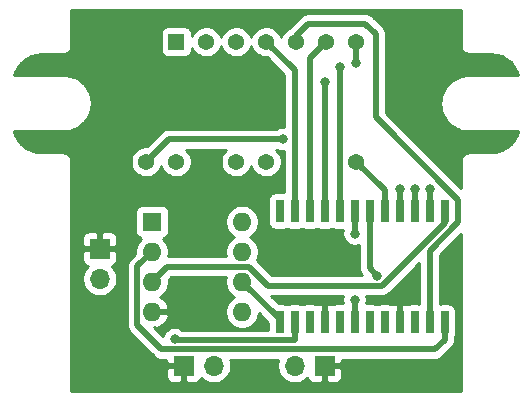
<source format=gbr>
%TF.GenerationSoftware,KiCad,Pcbnew,(5.1.6)-1*%
%TF.CreationDate,2021-07-08T13:54:37-04:00*%
%TF.ProjectId,Turbo-Display-V3-Simple,54757262-6f2d-4446-9973-706c61792d56,rev?*%
%TF.SameCoordinates,Original*%
%TF.FileFunction,Copper,L1,Top*%
%TF.FilePolarity,Positive*%
%FSLAX46Y46*%
G04 Gerber Fmt 4.6, Leading zero omitted, Abs format (unit mm)*
G04 Created by KiCad (PCBNEW (5.1.6)-1) date 2021-07-08 13:54:37*
%MOMM*%
%LPD*%
G01*
G04 APERTURE LIST*
%TA.AperFunction,ComponentPad*%
%ADD10R,1.365000X1.365000*%
%TD*%
%TA.AperFunction,ComponentPad*%
%ADD11C,1.365000*%
%TD*%
%TA.AperFunction,SMDPad,CuDef*%
%ADD12R,0.650000X1.925000*%
%TD*%
%TA.AperFunction,ComponentPad*%
%ADD13R,1.700000X1.700000*%
%TD*%
%TA.AperFunction,ComponentPad*%
%ADD14O,1.700000X1.700000*%
%TD*%
%TA.AperFunction,ComponentPad*%
%ADD15R,1.600000X1.600000*%
%TD*%
%TA.AperFunction,ComponentPad*%
%ADD16O,1.600000X1.600000*%
%TD*%
%TA.AperFunction,ViaPad*%
%ADD17C,0.800000*%
%TD*%
%TA.AperFunction,Conductor*%
%ADD18C,0.500000*%
%TD*%
%TA.AperFunction,Conductor*%
%ADD19C,0.254000*%
%TD*%
G04 APERTURE END LIST*
D10*
%TO.P,DS1,1*%
%TO.N,/DIG1*%
X129540000Y-78105000D03*
D11*
%TO.P,DS1,2*%
%TO.N,/SEGE*%
X132080000Y-78105000D03*
%TO.P,DS1,3*%
%TO.N,/SEGC*%
X134620000Y-78105000D03*
%TO.P,DS1,4*%
%TO.N,/SEGD*%
X137160000Y-78105000D03*
%TO.P,DS1,5*%
%TO.N,/DIG2*%
X139700000Y-78105000D03*
%TO.P,DS1,6*%
%TO.N,/SEGDP*%
X142240000Y-78105000D03*
%TO.P,DS1,7*%
%TO.N,/DIG3*%
X144780000Y-78105000D03*
%TO.P,DS1,8*%
%TO.N,/SEGG*%
X144780000Y-88265000D03*
%TO.P,DS1,11*%
%TO.N,/SEGB*%
X137160000Y-88265000D03*
%TO.P,DS1,12*%
%TO.N,/SEGA*%
X134620000Y-88265000D03*
%TO.P,DS1,14*%
%TO.N,Net-(DS1-Pad14)*%
X129540000Y-88265000D03*
%TO.P,DS1,15*%
%TO.N,/SEGF*%
X127000000Y-88265000D03*
%TD*%
D12*
%TO.P,IC1,1*%
%TO.N,/DATA*%
X138303000Y-101867000D03*
%TO.P,IC1,2*%
%TO.N,/DIG1*%
X139573000Y-101867000D03*
%TO.P,IC1,3*%
%TO.N,Net-(IC1-Pad3)*%
X140843000Y-101867000D03*
%TO.P,IC1,4*%
%TO.N,GND*%
X142113000Y-101867000D03*
%TO.P,IC1,5*%
%TO.N,Net-(IC1-Pad5)*%
X143383000Y-101867000D03*
%TO.P,IC1,6*%
%TO.N,/DIG3*%
X144653000Y-101867000D03*
%TO.P,IC1,7*%
%TO.N,Net-(IC1-Pad7)*%
X145923000Y-101867000D03*
%TO.P,IC1,8*%
%TO.N,Net-(IC1-Pad8)*%
X147193000Y-101867000D03*
%TO.P,IC1,9*%
%TO.N,GND*%
X148463000Y-101867000D03*
%TO.P,IC1,10*%
%TO.N,Net-(IC1-Pad10)*%
X149733000Y-101867000D03*
%TO.P,IC1,11*%
%TO.N,/DIG2*%
X151003000Y-101867000D03*
%TO.P,IC1,12*%
%TO.N,/LOAD*%
X152273000Y-101867000D03*
%TO.P,IC1,13*%
%TO.N,/CLOCK*%
X152273000Y-92443000D03*
%TO.P,IC1,14*%
%TO.N,/SEGA*%
X151003000Y-92443000D03*
%TO.P,IC1,15*%
%TO.N,/SEGF*%
X149733000Y-92443000D03*
%TO.P,IC1,16*%
%TO.N,/SEGB*%
X148463000Y-92443000D03*
%TO.P,IC1,17*%
%TO.N,/SEGG*%
X147193000Y-92443000D03*
%TO.P,IC1,18*%
%TO.N,Net-(IC1-Pad18)*%
X145923000Y-92443000D03*
%TO.P,IC1,19*%
%TO.N,+5V*%
X144653000Y-92443000D03*
%TO.P,IC1,20*%
%TO.N,/SEGC*%
X143383000Y-92443000D03*
%TO.P,IC1,21*%
%TO.N,/SEGE*%
X142113000Y-92443000D03*
%TO.P,IC1,22*%
%TO.N,/SEGDP*%
X140843000Y-92443000D03*
%TO.P,IC1,23*%
%TO.N,/SEGD*%
X139573000Y-92443000D03*
%TO.P,IC1,24*%
%TO.N,Net-(IC1-Pad24)*%
X138303000Y-92443000D03*
%TD*%
D13*
%TO.P,5V,1*%
%TO.N,GND*%
X123063000Y-95631000D03*
D14*
%TO.P,5V,2*%
%TO.N,+5V*%
X123063000Y-98171000D03*
%TD*%
D13*
%TO.P,IN,1*%
%TO.N,GND*%
X130175000Y-105537000D03*
D14*
%TO.P,IN,2*%
%TO.N,/TLED_IN*%
X132715000Y-105537000D03*
%TD*%
%TO.P,OUT,2*%
%TO.N,Net-(J3-Pad2)*%
X139573000Y-105537000D03*
D13*
%TO.P,OUT,1*%
%TO.N,GND*%
X142113000Y-105537000D03*
%TD*%
D15*
%TO.P,U1,1*%
%TO.N,Net-(U1-Pad1)*%
X127508000Y-93345000D03*
D16*
%TO.P,U1,5*%
%TO.N,/TLED_IN*%
X135128000Y-100965000D03*
%TO.P,U1,2*%
%TO.N,/LOAD*%
X127508000Y-95885000D03*
%TO.P,U1,6*%
%TO.N,/DATA*%
X135128000Y-98425000D03*
%TO.P,U1,3*%
%TO.N,/CLOCK*%
X127508000Y-98425000D03*
%TO.P,U1,7*%
%TO.N,/TLED_OUT*%
X135128000Y-95885000D03*
%TO.P,U1,4*%
%TO.N,GND*%
X127508000Y-100965000D03*
%TO.P,U1,8*%
%TO.N,+5V*%
X135128000Y-93345000D03*
%TD*%
D17*
%TO.N,+5V*%
X144653000Y-94361000D03*
%TO.N,GND*%
X130302000Y-99314000D03*
X125095000Y-99314000D03*
X142113000Y-99949000D03*
X148463000Y-100203000D03*
%TO.N,/DIG1*%
X129413002Y-103289990D03*
%TO.N,/SEGE*%
X142113000Y-81534000D03*
%TO.N,/SEGC*%
X143383006Y-80264000D03*
%TO.N,/DIG3*%
X144780000Y-79883000D03*
X144653000Y-99949000D03*
%TO.N,/SEGB*%
X148463000Y-90551000D03*
%TO.N,/SEGA*%
X151003000Y-90551000D03*
%TO.N,/SEGF*%
X149733000Y-90551000D03*
X138557000Y-86360000D03*
%TO.N,Net-(IC1-Pad18)*%
X146558000Y-97917000D03*
%TD*%
D18*
%TO.N,+5V*%
X144653000Y-94361000D02*
X144653000Y-92443000D01*
%TO.N,GND*%
X142113000Y-101867000D02*
X142113000Y-99949000D01*
X148463000Y-101867000D02*
X148463000Y-100203000D01*
%TO.N,/DIG1*%
X129520011Y-103396999D02*
X129413002Y-103289990D01*
X139573000Y-101867000D02*
X139573000Y-103329500D01*
X139573000Y-103329500D02*
X139505501Y-103396999D01*
X139505501Y-103396999D02*
X129520011Y-103396999D01*
%TO.N,/SEGE*%
X142113000Y-92443000D02*
X142113000Y-81534000D01*
%TO.N,/SEGC*%
X143383000Y-80264006D02*
X143383006Y-80264000D01*
X143383000Y-92443000D02*
X143383000Y-80264006D01*
%TO.N,/SEGD*%
X139573000Y-80518000D02*
X137160000Y-78105000D01*
X139573000Y-92443000D02*
X139573000Y-80518000D01*
%TO.N,/DIG2*%
X139700000Y-77597000D02*
X139700000Y-78105000D01*
X140716000Y-76581000D02*
X139700000Y-77597000D01*
X145542000Y-76581000D02*
X140716000Y-76581000D01*
X151003000Y-95810502D02*
X153416000Y-93397502D01*
X151003000Y-101867000D02*
X151003000Y-95810502D01*
X146431000Y-77470000D02*
X145542000Y-76581000D01*
X153416000Y-93397502D02*
X153416000Y-91488498D01*
X146431000Y-84503498D02*
X146431000Y-77470000D01*
X153416000Y-91488498D02*
X146431000Y-84503498D01*
%TO.N,/SEGDP*%
X140843000Y-79502000D02*
X142240000Y-78105000D01*
X140843000Y-92443000D02*
X140843000Y-79502000D01*
%TO.N,/DIG3*%
X144780000Y-78105000D02*
X144780000Y-79883000D01*
X144780000Y-79883000D02*
X144780000Y-79883000D01*
X144653000Y-99949000D02*
X144653000Y-101867000D01*
%TO.N,/SEGG*%
X147193000Y-90678000D02*
X144780000Y-88265000D01*
X147193000Y-92443000D02*
X147193000Y-90678000D01*
%TO.N,/SEGB*%
X148463000Y-90551000D02*
X148463000Y-92443000D01*
%TO.N,/SEGA*%
X151003000Y-90551000D02*
X151003000Y-92443000D01*
%TO.N,/SEGF*%
X149733000Y-90551000D02*
X149733000Y-92443000D01*
X128905000Y-86360000D02*
X127000000Y-88265000D01*
X138557000Y-86360000D02*
X128905000Y-86360000D01*
%TO.N,/DATA*%
X138303000Y-101600000D02*
X135128000Y-98425000D01*
X138303000Y-101867000D02*
X138303000Y-101600000D01*
%TO.N,/LOAD*%
X152273000Y-103329500D02*
X152273000Y-101867000D01*
X128281998Y-104140000D02*
X151462500Y-104140000D01*
X126257999Y-102116001D02*
X128281998Y-104140000D01*
X127508000Y-95885000D02*
X126257999Y-97135001D01*
X151462500Y-104140000D02*
X152273000Y-103329500D01*
X126257999Y-97135001D02*
X126257999Y-102116001D01*
%TO.N,/CLOCK*%
X128758001Y-97174999D02*
X127508000Y-98425000D01*
X135728001Y-97174999D02*
X128758001Y-97174999D01*
X137320003Y-98767001D02*
X135728001Y-97174999D01*
X146966001Y-98767001D02*
X137320003Y-98767001D01*
X152273000Y-93460002D02*
X146966001Y-98767001D01*
X152273000Y-92443000D02*
X152273000Y-93460002D01*
%TO.N,Net-(IC1-Pad18)*%
X145923000Y-97282000D02*
X145923000Y-92443000D01*
X146558000Y-97917000D02*
X145923000Y-97282000D01*
%TD*%
D19*
%TO.N,GND*%
G36*
X153645001Y-78453571D02*
G01*
X153641807Y-78486000D01*
X153654550Y-78615383D01*
X153692290Y-78739793D01*
X153753575Y-78854450D01*
X153836052Y-78954948D01*
X153936550Y-79037425D01*
X154051207Y-79098710D01*
X154175617Y-79136450D01*
X154272581Y-79146000D01*
X154305000Y-79149193D01*
X154337419Y-79146000D01*
X156127107Y-79146000D01*
X156632433Y-79195548D01*
X157087466Y-79332931D01*
X157507146Y-79556079D01*
X157875486Y-79856490D01*
X158178465Y-80222730D01*
X158404536Y-80640838D01*
X158492379Y-80924614D01*
X154272581Y-80924614D01*
X154238892Y-80927932D01*
X154216476Y-80927932D01*
X154207311Y-80928895D01*
X153872285Y-80966475D01*
X153813792Y-80978909D01*
X153755096Y-80990530D01*
X153746293Y-80993256D01*
X153424948Y-81095192D01*
X153369962Y-81118759D01*
X153314658Y-81141553D01*
X153306552Y-81145936D01*
X153011126Y-81308348D01*
X152961790Y-81342129D01*
X152911944Y-81375246D01*
X152904844Y-81381121D01*
X152646590Y-81597822D01*
X152604746Y-81640552D01*
X152562291Y-81682711D01*
X152556467Y-81689853D01*
X152345222Y-81952589D01*
X152312506Y-82002584D01*
X152279016Y-82052235D01*
X152274690Y-82060372D01*
X152118501Y-82359135D01*
X152096086Y-82414617D01*
X152072912Y-82469743D01*
X152070249Y-82478565D01*
X151975064Y-82801974D01*
X151963863Y-82860693D01*
X151951826Y-82919330D01*
X151950927Y-82928501D01*
X151920372Y-83264241D01*
X151920790Y-83324058D01*
X151920372Y-83383876D01*
X151921271Y-83393047D01*
X151956511Y-83728327D01*
X151968530Y-83786877D01*
X151979747Y-83845684D01*
X151982411Y-83854506D01*
X152082102Y-84176556D01*
X152105283Y-84231701D01*
X152127692Y-84287165D01*
X152132018Y-84295302D01*
X152292364Y-84591855D01*
X152325831Y-84641471D01*
X152358569Y-84691501D01*
X152364393Y-84698642D01*
X152579286Y-84958403D01*
X152621742Y-85000563D01*
X152663586Y-85043293D01*
X152670686Y-85049167D01*
X152931941Y-85262240D01*
X152981747Y-85295331D01*
X153031120Y-85329138D01*
X153039227Y-85333521D01*
X153336892Y-85491793D01*
X153392196Y-85514587D01*
X153447180Y-85538154D01*
X153455984Y-85540879D01*
X153778722Y-85638319D01*
X153837395Y-85649936D01*
X153895912Y-85662375D01*
X153905077Y-85663338D01*
X154240595Y-85696236D01*
X154240598Y-85696236D01*
X154272581Y-85699386D01*
X158492008Y-85699386D01*
X158411070Y-85967464D01*
X158187924Y-86387141D01*
X157887510Y-86755486D01*
X157521271Y-87058465D01*
X157103158Y-87284538D01*
X156649102Y-87425091D01*
X156145702Y-87478000D01*
X154337419Y-87478000D01*
X154305000Y-87474807D01*
X154272581Y-87478000D01*
X154175617Y-87487550D01*
X154051207Y-87525290D01*
X153936550Y-87586575D01*
X153836052Y-87669052D01*
X153753575Y-87769550D01*
X153692290Y-87884207D01*
X153654550Y-88008617D01*
X153641807Y-88138000D01*
X153645001Y-88170429D01*
X153645001Y-90465920D01*
X147316000Y-84136920D01*
X147316000Y-77513469D01*
X147320281Y-77470000D01*
X147316000Y-77426531D01*
X147316000Y-77426523D01*
X147303195Y-77296510D01*
X147252589Y-77129687D01*
X147170411Y-76975941D01*
X147138819Y-76937446D01*
X147087532Y-76874953D01*
X147087530Y-76874951D01*
X147059817Y-76841183D01*
X147026049Y-76813470D01*
X146198534Y-75985956D01*
X146170817Y-75952183D01*
X146036059Y-75841589D01*
X145882313Y-75759411D01*
X145715490Y-75708805D01*
X145585477Y-75696000D01*
X145585469Y-75696000D01*
X145542000Y-75691719D01*
X145498531Y-75696000D01*
X140759469Y-75696000D01*
X140716000Y-75691719D01*
X140672531Y-75696000D01*
X140672523Y-75696000D01*
X140557306Y-75707348D01*
X140542509Y-75708805D01*
X140491903Y-75724157D01*
X140375687Y-75759411D01*
X140221941Y-75841589D01*
X140221939Y-75841590D01*
X140221940Y-75841590D01*
X140120953Y-75924468D01*
X140120951Y-75924470D01*
X140087183Y-75952183D01*
X140059470Y-75985951D01*
X139130636Y-76914786D01*
X139075930Y-76937446D01*
X138860143Y-77081631D01*
X138676631Y-77265143D01*
X138532446Y-77480930D01*
X138433131Y-77720699D01*
X138430000Y-77736440D01*
X138426869Y-77720699D01*
X138327554Y-77480930D01*
X138183369Y-77265143D01*
X137999857Y-77081631D01*
X137784070Y-76937446D01*
X137544301Y-76838131D01*
X137289762Y-76787500D01*
X137030238Y-76787500D01*
X136775699Y-76838131D01*
X136535930Y-76937446D01*
X136320143Y-77081631D01*
X136136631Y-77265143D01*
X135992446Y-77480930D01*
X135893131Y-77720699D01*
X135890000Y-77736440D01*
X135886869Y-77720699D01*
X135787554Y-77480930D01*
X135643369Y-77265143D01*
X135459857Y-77081631D01*
X135244070Y-76937446D01*
X135004301Y-76838131D01*
X134749762Y-76787500D01*
X134490238Y-76787500D01*
X134235699Y-76838131D01*
X133995930Y-76937446D01*
X133780143Y-77081631D01*
X133596631Y-77265143D01*
X133452446Y-77480930D01*
X133353131Y-77720699D01*
X133350000Y-77736440D01*
X133346869Y-77720699D01*
X133247554Y-77480930D01*
X133103369Y-77265143D01*
X132919857Y-77081631D01*
X132704070Y-76937446D01*
X132464301Y-76838131D01*
X132209762Y-76787500D01*
X131950238Y-76787500D01*
X131695699Y-76838131D01*
X131455930Y-76937446D01*
X131240143Y-77081631D01*
X131056631Y-77265143D01*
X130912446Y-77480930D01*
X130860572Y-77606166D01*
X130860572Y-77422500D01*
X130848312Y-77298018D01*
X130812002Y-77178320D01*
X130753037Y-77068006D01*
X130673685Y-76971315D01*
X130576994Y-76891963D01*
X130466680Y-76832998D01*
X130346982Y-76796688D01*
X130222500Y-76784428D01*
X128857500Y-76784428D01*
X128733018Y-76796688D01*
X128613320Y-76832998D01*
X128503006Y-76891963D01*
X128406315Y-76971315D01*
X128326963Y-77068006D01*
X128267998Y-77178320D01*
X128231688Y-77298018D01*
X128219428Y-77422500D01*
X128219428Y-78787500D01*
X128231688Y-78911982D01*
X128267998Y-79031680D01*
X128326963Y-79141994D01*
X128406315Y-79238685D01*
X128503006Y-79318037D01*
X128613320Y-79377002D01*
X128733018Y-79413312D01*
X128857500Y-79425572D01*
X130222500Y-79425572D01*
X130346982Y-79413312D01*
X130466680Y-79377002D01*
X130576994Y-79318037D01*
X130673685Y-79238685D01*
X130753037Y-79141994D01*
X130812002Y-79031680D01*
X130848312Y-78911982D01*
X130860572Y-78787500D01*
X130860572Y-78603834D01*
X130912446Y-78729070D01*
X131056631Y-78944857D01*
X131240143Y-79128369D01*
X131455930Y-79272554D01*
X131695699Y-79371869D01*
X131950238Y-79422500D01*
X132209762Y-79422500D01*
X132464301Y-79371869D01*
X132704070Y-79272554D01*
X132919857Y-79128369D01*
X133103369Y-78944857D01*
X133247554Y-78729070D01*
X133346869Y-78489301D01*
X133350000Y-78473560D01*
X133353131Y-78489301D01*
X133452446Y-78729070D01*
X133596631Y-78944857D01*
X133780143Y-79128369D01*
X133995930Y-79272554D01*
X134235699Y-79371869D01*
X134490238Y-79422500D01*
X134749762Y-79422500D01*
X135004301Y-79371869D01*
X135244070Y-79272554D01*
X135459857Y-79128369D01*
X135643369Y-78944857D01*
X135787554Y-78729070D01*
X135886869Y-78489301D01*
X135890000Y-78473560D01*
X135893131Y-78489301D01*
X135992446Y-78729070D01*
X136136631Y-78944857D01*
X136320143Y-79128369D01*
X136535930Y-79272554D01*
X136775699Y-79371869D01*
X137030238Y-79422500D01*
X137225922Y-79422500D01*
X138688001Y-80884580D01*
X138688001Y-85330781D01*
X138658939Y-85325000D01*
X138455061Y-85325000D01*
X138255102Y-85364774D01*
X138066744Y-85442795D01*
X138018546Y-85475000D01*
X128948469Y-85475000D01*
X128905000Y-85470719D01*
X128861531Y-85475000D01*
X128861523Y-85475000D01*
X128731510Y-85487805D01*
X128564687Y-85538411D01*
X128431732Y-85609476D01*
X128410941Y-85620589D01*
X128309953Y-85703468D01*
X128309951Y-85703470D01*
X128276183Y-85731183D01*
X128248470Y-85764951D01*
X127065922Y-86947500D01*
X126870238Y-86947500D01*
X126615699Y-86998131D01*
X126375930Y-87097446D01*
X126160143Y-87241631D01*
X125976631Y-87425143D01*
X125832446Y-87640930D01*
X125733131Y-87880699D01*
X125682500Y-88135238D01*
X125682500Y-88394762D01*
X125733131Y-88649301D01*
X125832446Y-88889070D01*
X125976631Y-89104857D01*
X126160143Y-89288369D01*
X126375930Y-89432554D01*
X126615699Y-89531869D01*
X126870238Y-89582500D01*
X127129762Y-89582500D01*
X127384301Y-89531869D01*
X127624070Y-89432554D01*
X127839857Y-89288369D01*
X128023369Y-89104857D01*
X128167554Y-88889070D01*
X128266869Y-88649301D01*
X128270000Y-88633560D01*
X128273131Y-88649301D01*
X128372446Y-88889070D01*
X128516631Y-89104857D01*
X128700143Y-89288369D01*
X128915930Y-89432554D01*
X129155699Y-89531869D01*
X129410238Y-89582500D01*
X129669762Y-89582500D01*
X129924301Y-89531869D01*
X130164070Y-89432554D01*
X130379857Y-89288369D01*
X130563369Y-89104857D01*
X130707554Y-88889070D01*
X130806869Y-88649301D01*
X130857500Y-88394762D01*
X130857500Y-88135238D01*
X130806869Y-87880699D01*
X130707554Y-87640930D01*
X130563369Y-87425143D01*
X130383226Y-87245000D01*
X133776774Y-87245000D01*
X133596631Y-87425143D01*
X133452446Y-87640930D01*
X133353131Y-87880699D01*
X133302500Y-88135238D01*
X133302500Y-88394762D01*
X133353131Y-88649301D01*
X133452446Y-88889070D01*
X133596631Y-89104857D01*
X133780143Y-89288369D01*
X133995930Y-89432554D01*
X134235699Y-89531869D01*
X134490238Y-89582500D01*
X134749762Y-89582500D01*
X135004301Y-89531869D01*
X135244070Y-89432554D01*
X135459857Y-89288369D01*
X135643369Y-89104857D01*
X135787554Y-88889070D01*
X135886869Y-88649301D01*
X135890000Y-88633560D01*
X135893131Y-88649301D01*
X135992446Y-88889070D01*
X136136631Y-89104857D01*
X136320143Y-89288369D01*
X136535930Y-89432554D01*
X136775699Y-89531869D01*
X137030238Y-89582500D01*
X137289762Y-89582500D01*
X137544301Y-89531869D01*
X137784070Y-89432554D01*
X137999857Y-89288369D01*
X138183369Y-89104857D01*
X138327554Y-88889070D01*
X138426869Y-88649301D01*
X138477500Y-88394762D01*
X138477500Y-88135238D01*
X138426869Y-87880699D01*
X138327554Y-87640930D01*
X138183369Y-87425143D01*
X138003226Y-87245000D01*
X138018546Y-87245000D01*
X138066744Y-87277205D01*
X138255102Y-87355226D01*
X138455061Y-87395000D01*
X138658939Y-87395000D01*
X138688000Y-87389219D01*
X138688000Y-90848337D01*
X138628000Y-90842428D01*
X137978000Y-90842428D01*
X137853518Y-90854688D01*
X137733820Y-90890998D01*
X137623506Y-90949963D01*
X137526815Y-91029315D01*
X137447463Y-91126006D01*
X137388498Y-91236320D01*
X137352188Y-91356018D01*
X137339928Y-91480500D01*
X137339928Y-93405500D01*
X137352188Y-93529982D01*
X137388498Y-93649680D01*
X137447463Y-93759994D01*
X137526815Y-93856685D01*
X137623506Y-93936037D01*
X137733820Y-93995002D01*
X137853518Y-94031312D01*
X137978000Y-94043572D01*
X138628000Y-94043572D01*
X138752482Y-94031312D01*
X138872180Y-93995002D01*
X138938000Y-93959820D01*
X139003820Y-93995002D01*
X139123518Y-94031312D01*
X139248000Y-94043572D01*
X139898000Y-94043572D01*
X140022482Y-94031312D01*
X140142180Y-93995002D01*
X140208000Y-93959820D01*
X140273820Y-93995002D01*
X140393518Y-94031312D01*
X140518000Y-94043572D01*
X141168000Y-94043572D01*
X141292482Y-94031312D01*
X141412180Y-93995002D01*
X141478000Y-93959820D01*
X141543820Y-93995002D01*
X141663518Y-94031312D01*
X141788000Y-94043572D01*
X142438000Y-94043572D01*
X142562482Y-94031312D01*
X142682180Y-93995002D01*
X142748000Y-93959820D01*
X142813820Y-93995002D01*
X142933518Y-94031312D01*
X143058000Y-94043572D01*
X143664207Y-94043572D01*
X143657774Y-94059102D01*
X143618000Y-94259061D01*
X143618000Y-94462939D01*
X143657774Y-94662898D01*
X143735795Y-94851256D01*
X143849063Y-95020774D01*
X143993226Y-95164937D01*
X144162744Y-95278205D01*
X144351102Y-95356226D01*
X144551061Y-95396000D01*
X144754939Y-95396000D01*
X144954898Y-95356226D01*
X145038000Y-95321804D01*
X145038000Y-97238531D01*
X145033719Y-97282000D01*
X145038000Y-97325469D01*
X145038000Y-97325476D01*
X145040267Y-97348489D01*
X145050805Y-97455490D01*
X145056819Y-97475314D01*
X145101411Y-97622312D01*
X145183589Y-97776058D01*
X145270534Y-97882001D01*
X137686582Y-97882001D01*
X136387514Y-96582934D01*
X136399680Y-96564727D01*
X136507853Y-96303574D01*
X136563000Y-96026335D01*
X136563000Y-95743665D01*
X136507853Y-95466426D01*
X136399680Y-95205273D01*
X136242637Y-94970241D01*
X136042759Y-94770363D01*
X135810241Y-94615000D01*
X136042759Y-94459637D01*
X136242637Y-94259759D01*
X136399680Y-94024727D01*
X136507853Y-93763574D01*
X136563000Y-93486335D01*
X136563000Y-93203665D01*
X136507853Y-92926426D01*
X136399680Y-92665273D01*
X136242637Y-92430241D01*
X136042759Y-92230363D01*
X135807727Y-92073320D01*
X135546574Y-91965147D01*
X135269335Y-91910000D01*
X134986665Y-91910000D01*
X134709426Y-91965147D01*
X134448273Y-92073320D01*
X134213241Y-92230363D01*
X134013363Y-92430241D01*
X133856320Y-92665273D01*
X133748147Y-92926426D01*
X133693000Y-93203665D01*
X133693000Y-93486335D01*
X133748147Y-93763574D01*
X133856320Y-94024727D01*
X134013363Y-94259759D01*
X134213241Y-94459637D01*
X134445759Y-94615000D01*
X134213241Y-94770363D01*
X134013363Y-94970241D01*
X133856320Y-95205273D01*
X133748147Y-95466426D01*
X133693000Y-95743665D01*
X133693000Y-96026335D01*
X133745447Y-96289999D01*
X128890553Y-96289999D01*
X128943000Y-96026335D01*
X128943000Y-95743665D01*
X128887853Y-95466426D01*
X128779680Y-95205273D01*
X128622637Y-94970241D01*
X128424039Y-94771643D01*
X128432482Y-94770812D01*
X128552180Y-94734502D01*
X128662494Y-94675537D01*
X128759185Y-94596185D01*
X128838537Y-94499494D01*
X128897502Y-94389180D01*
X128933812Y-94269482D01*
X128946072Y-94145000D01*
X128946072Y-92545000D01*
X128933812Y-92420518D01*
X128897502Y-92300820D01*
X128838537Y-92190506D01*
X128759185Y-92093815D01*
X128662494Y-92014463D01*
X128552180Y-91955498D01*
X128432482Y-91919188D01*
X128308000Y-91906928D01*
X126708000Y-91906928D01*
X126583518Y-91919188D01*
X126463820Y-91955498D01*
X126353506Y-92014463D01*
X126256815Y-92093815D01*
X126177463Y-92190506D01*
X126118498Y-92300820D01*
X126082188Y-92420518D01*
X126069928Y-92545000D01*
X126069928Y-94145000D01*
X126082188Y-94269482D01*
X126118498Y-94389180D01*
X126177463Y-94499494D01*
X126256815Y-94596185D01*
X126353506Y-94675537D01*
X126463820Y-94734502D01*
X126583518Y-94770812D01*
X126591961Y-94771643D01*
X126393363Y-94970241D01*
X126236320Y-95205273D01*
X126128147Y-95466426D01*
X126073000Y-95743665D01*
X126073000Y-96026335D01*
X126079983Y-96061439D01*
X125662955Y-96478467D01*
X125629182Y-96506184D01*
X125518588Y-96640943D01*
X125436410Y-96794689D01*
X125385804Y-96961512D01*
X125372999Y-97091525D01*
X125372999Y-97091532D01*
X125368718Y-97135001D01*
X125372999Y-97178470D01*
X125373000Y-102072522D01*
X125368718Y-102116001D01*
X125385804Y-102289491D01*
X125436411Y-102456314D01*
X125518589Y-102610060D01*
X125601467Y-102711047D01*
X125601470Y-102711050D01*
X125629183Y-102744818D01*
X125662950Y-102772530D01*
X127625468Y-104735049D01*
X127653181Y-104768817D01*
X127686949Y-104796530D01*
X127686951Y-104796532D01*
X127732105Y-104833589D01*
X127787939Y-104879411D01*
X127941685Y-104961589D01*
X128108508Y-105012195D01*
X128238521Y-105025000D01*
X128238529Y-105025000D01*
X128281998Y-105029281D01*
X128325467Y-105025000D01*
X128688768Y-105025000D01*
X128690000Y-105251250D01*
X128848750Y-105410000D01*
X130048000Y-105410000D01*
X130048000Y-105390000D01*
X130302000Y-105390000D01*
X130302000Y-105410000D01*
X130322000Y-105410000D01*
X130322000Y-105664000D01*
X130302000Y-105664000D01*
X130302000Y-106863250D01*
X130460750Y-107022000D01*
X131025000Y-107025072D01*
X131149482Y-107012812D01*
X131269180Y-106976502D01*
X131379494Y-106917537D01*
X131476185Y-106838185D01*
X131555537Y-106741494D01*
X131614502Y-106631180D01*
X131636513Y-106558620D01*
X131768368Y-106690475D01*
X132011589Y-106852990D01*
X132281842Y-106964932D01*
X132568740Y-107022000D01*
X132861260Y-107022000D01*
X133148158Y-106964932D01*
X133418411Y-106852990D01*
X133661632Y-106690475D01*
X133868475Y-106483632D01*
X134030990Y-106240411D01*
X134142932Y-105970158D01*
X134200000Y-105683260D01*
X134200000Y-105390740D01*
X134142932Y-105103842D01*
X134110275Y-105025000D01*
X138177725Y-105025000D01*
X138145068Y-105103842D01*
X138088000Y-105390740D01*
X138088000Y-105683260D01*
X138145068Y-105970158D01*
X138257010Y-106240411D01*
X138419525Y-106483632D01*
X138626368Y-106690475D01*
X138869589Y-106852990D01*
X139139842Y-106964932D01*
X139426740Y-107022000D01*
X139719260Y-107022000D01*
X140006158Y-106964932D01*
X140276411Y-106852990D01*
X140519632Y-106690475D01*
X140651487Y-106558620D01*
X140673498Y-106631180D01*
X140732463Y-106741494D01*
X140811815Y-106838185D01*
X140908506Y-106917537D01*
X141018820Y-106976502D01*
X141138518Y-107012812D01*
X141263000Y-107025072D01*
X141827250Y-107022000D01*
X141986000Y-106863250D01*
X141986000Y-105664000D01*
X142240000Y-105664000D01*
X142240000Y-106863250D01*
X142398750Y-107022000D01*
X142963000Y-107025072D01*
X143087482Y-107012812D01*
X143207180Y-106976502D01*
X143317494Y-106917537D01*
X143414185Y-106838185D01*
X143493537Y-106741494D01*
X143552502Y-106631180D01*
X143588812Y-106511482D01*
X143601072Y-106387000D01*
X143598000Y-105822750D01*
X143439250Y-105664000D01*
X142240000Y-105664000D01*
X141986000Y-105664000D01*
X141966000Y-105664000D01*
X141966000Y-105410000D01*
X141986000Y-105410000D01*
X141986000Y-105390000D01*
X142240000Y-105390000D01*
X142240000Y-105410000D01*
X143439250Y-105410000D01*
X143598000Y-105251250D01*
X143599232Y-105025000D01*
X151419031Y-105025000D01*
X151462500Y-105029281D01*
X151505969Y-105025000D01*
X151505977Y-105025000D01*
X151635990Y-105012195D01*
X151802813Y-104961589D01*
X151956559Y-104879411D01*
X152091317Y-104768817D01*
X152119034Y-104735044D01*
X152868050Y-103986029D01*
X152901817Y-103958317D01*
X152929533Y-103924546D01*
X153012410Y-103823560D01*
X153012411Y-103823559D01*
X153094589Y-103669813D01*
X153145195Y-103502990D01*
X153158000Y-103372977D01*
X153158000Y-103372967D01*
X153162281Y-103329501D01*
X153158000Y-103286035D01*
X153158000Y-103128873D01*
X153187502Y-103073680D01*
X153223812Y-102953982D01*
X153236072Y-102829500D01*
X153236072Y-100904500D01*
X153223812Y-100780018D01*
X153187502Y-100660320D01*
X153128537Y-100550006D01*
X153049185Y-100453315D01*
X152952494Y-100373963D01*
X152842180Y-100314998D01*
X152722482Y-100278688D01*
X152598000Y-100266428D01*
X151948000Y-100266428D01*
X151888000Y-100272337D01*
X151888000Y-96177080D01*
X153645001Y-94420080D01*
X153645000Y-107671000D01*
X120675000Y-107671000D01*
X120675000Y-106387000D01*
X128686928Y-106387000D01*
X128699188Y-106511482D01*
X128735498Y-106631180D01*
X128794463Y-106741494D01*
X128873815Y-106838185D01*
X128970506Y-106917537D01*
X129080820Y-106976502D01*
X129200518Y-107012812D01*
X129325000Y-107025072D01*
X129889250Y-107022000D01*
X130048000Y-106863250D01*
X130048000Y-105664000D01*
X128848750Y-105664000D01*
X128690000Y-105822750D01*
X128686928Y-106387000D01*
X120675000Y-106387000D01*
X120675000Y-96481000D01*
X121574928Y-96481000D01*
X121587188Y-96605482D01*
X121623498Y-96725180D01*
X121682463Y-96835494D01*
X121761815Y-96932185D01*
X121858506Y-97011537D01*
X121968820Y-97070502D01*
X122041380Y-97092513D01*
X121909525Y-97224368D01*
X121747010Y-97467589D01*
X121635068Y-97737842D01*
X121578000Y-98024740D01*
X121578000Y-98317260D01*
X121635068Y-98604158D01*
X121747010Y-98874411D01*
X121909525Y-99117632D01*
X122116368Y-99324475D01*
X122359589Y-99486990D01*
X122629842Y-99598932D01*
X122916740Y-99656000D01*
X123209260Y-99656000D01*
X123496158Y-99598932D01*
X123766411Y-99486990D01*
X124009632Y-99324475D01*
X124216475Y-99117632D01*
X124378990Y-98874411D01*
X124490932Y-98604158D01*
X124548000Y-98317260D01*
X124548000Y-98024740D01*
X124490932Y-97737842D01*
X124378990Y-97467589D01*
X124216475Y-97224368D01*
X124084620Y-97092513D01*
X124157180Y-97070502D01*
X124267494Y-97011537D01*
X124364185Y-96932185D01*
X124443537Y-96835494D01*
X124502502Y-96725180D01*
X124538812Y-96605482D01*
X124551072Y-96481000D01*
X124548000Y-95916750D01*
X124389250Y-95758000D01*
X123190000Y-95758000D01*
X123190000Y-95778000D01*
X122936000Y-95778000D01*
X122936000Y-95758000D01*
X121736750Y-95758000D01*
X121578000Y-95916750D01*
X121574928Y-96481000D01*
X120675000Y-96481000D01*
X120675000Y-94781000D01*
X121574928Y-94781000D01*
X121578000Y-95345250D01*
X121736750Y-95504000D01*
X122936000Y-95504000D01*
X122936000Y-94304750D01*
X123190000Y-94304750D01*
X123190000Y-95504000D01*
X124389250Y-95504000D01*
X124548000Y-95345250D01*
X124551072Y-94781000D01*
X124538812Y-94656518D01*
X124502502Y-94536820D01*
X124443537Y-94426506D01*
X124364185Y-94329815D01*
X124267494Y-94250463D01*
X124157180Y-94191498D01*
X124037482Y-94155188D01*
X123913000Y-94142928D01*
X123348750Y-94146000D01*
X123190000Y-94304750D01*
X122936000Y-94304750D01*
X122777250Y-94146000D01*
X122213000Y-94142928D01*
X122088518Y-94155188D01*
X121968820Y-94191498D01*
X121858506Y-94250463D01*
X121761815Y-94329815D01*
X121682463Y-94426506D01*
X121623498Y-94536820D01*
X121587188Y-94656518D01*
X121574928Y-94781000D01*
X120675000Y-94781000D01*
X120675000Y-88170419D01*
X120678193Y-88138000D01*
X120665450Y-88008617D01*
X120627710Y-87884207D01*
X120566425Y-87769550D01*
X120483948Y-87669052D01*
X120383450Y-87586575D01*
X120268793Y-87525290D01*
X120144383Y-87487550D01*
X120079402Y-87481150D01*
X120015000Y-87474807D01*
X119982581Y-87478000D01*
X118192893Y-87478000D01*
X117687567Y-87428452D01*
X117232536Y-87291070D01*
X116812859Y-87067924D01*
X116444514Y-86767510D01*
X116141535Y-86401271D01*
X115915462Y-85983158D01*
X115827620Y-85699386D01*
X120047419Y-85699386D01*
X120081108Y-85696068D01*
X120103524Y-85696068D01*
X120112689Y-85695105D01*
X120447715Y-85657525D01*
X120506216Y-85645090D01*
X120564903Y-85633470D01*
X120573706Y-85630744D01*
X120573707Y-85630744D01*
X120573710Y-85630743D01*
X120573712Y-85630742D01*
X120895052Y-85528808D01*
X120949977Y-85505267D01*
X121005342Y-85482448D01*
X121013448Y-85478064D01*
X121308873Y-85315652D01*
X121358218Y-85281865D01*
X121408056Y-85248753D01*
X121415156Y-85242879D01*
X121673410Y-85026178D01*
X121715254Y-84983448D01*
X121757709Y-84941289D01*
X121763533Y-84934147D01*
X121974778Y-84671411D01*
X122007516Y-84621382D01*
X122040984Y-84571764D01*
X122045310Y-84563628D01*
X122201499Y-84264864D01*
X122223898Y-84209422D01*
X122247088Y-84154258D01*
X122249751Y-84145436D01*
X122344936Y-83822026D01*
X122356140Y-83763293D01*
X122368174Y-83704669D01*
X122369073Y-83695498D01*
X122399628Y-83359759D01*
X122399210Y-83299941D01*
X122399628Y-83240124D01*
X122398729Y-83230953D01*
X122363490Y-82895673D01*
X122351463Y-82837086D01*
X122340253Y-82778316D01*
X122337589Y-82769494D01*
X122237898Y-82447444D01*
X122214710Y-82392281D01*
X122192308Y-82336835D01*
X122187982Y-82328699D01*
X122027636Y-82032145D01*
X121994179Y-81982544D01*
X121961431Y-81932499D01*
X121955607Y-81925358D01*
X121740714Y-81665597D01*
X121698295Y-81623473D01*
X121656415Y-81580707D01*
X121649314Y-81574833D01*
X121388060Y-81361760D01*
X121338236Y-81328657D01*
X121288880Y-81294862D01*
X121280773Y-81290479D01*
X120983108Y-81132207D01*
X120927804Y-81109413D01*
X120872820Y-81085846D01*
X120864017Y-81083121D01*
X120541278Y-80985681D01*
X120482598Y-80974062D01*
X120424088Y-80961625D01*
X120414923Y-80960662D01*
X120079405Y-80927764D01*
X120079402Y-80927764D01*
X120047419Y-80924614D01*
X115827992Y-80924614D01*
X115908931Y-80656534D01*
X116132079Y-80236854D01*
X116432490Y-79868514D01*
X116798730Y-79565535D01*
X117216838Y-79339464D01*
X117670899Y-79198909D01*
X118174298Y-79146000D01*
X119982581Y-79146000D01*
X120015000Y-79149193D01*
X120047419Y-79146000D01*
X120054984Y-79145255D01*
X120144383Y-79136450D01*
X120268793Y-79098710D01*
X120383450Y-79037425D01*
X120483948Y-78954948D01*
X120566425Y-78854450D01*
X120627710Y-78739793D01*
X120665450Y-78615383D01*
X120675000Y-78518419D01*
X120678193Y-78486000D01*
X120675000Y-78453581D01*
X120675000Y-75463000D01*
X153645000Y-75463000D01*
X153645001Y-78453571D01*
G37*
X153645001Y-78453571D02*
X153641807Y-78486000D01*
X153654550Y-78615383D01*
X153692290Y-78739793D01*
X153753575Y-78854450D01*
X153836052Y-78954948D01*
X153936550Y-79037425D01*
X154051207Y-79098710D01*
X154175617Y-79136450D01*
X154272581Y-79146000D01*
X154305000Y-79149193D01*
X154337419Y-79146000D01*
X156127107Y-79146000D01*
X156632433Y-79195548D01*
X157087466Y-79332931D01*
X157507146Y-79556079D01*
X157875486Y-79856490D01*
X158178465Y-80222730D01*
X158404536Y-80640838D01*
X158492379Y-80924614D01*
X154272581Y-80924614D01*
X154238892Y-80927932D01*
X154216476Y-80927932D01*
X154207311Y-80928895D01*
X153872285Y-80966475D01*
X153813792Y-80978909D01*
X153755096Y-80990530D01*
X153746293Y-80993256D01*
X153424948Y-81095192D01*
X153369962Y-81118759D01*
X153314658Y-81141553D01*
X153306552Y-81145936D01*
X153011126Y-81308348D01*
X152961790Y-81342129D01*
X152911944Y-81375246D01*
X152904844Y-81381121D01*
X152646590Y-81597822D01*
X152604746Y-81640552D01*
X152562291Y-81682711D01*
X152556467Y-81689853D01*
X152345222Y-81952589D01*
X152312506Y-82002584D01*
X152279016Y-82052235D01*
X152274690Y-82060372D01*
X152118501Y-82359135D01*
X152096086Y-82414617D01*
X152072912Y-82469743D01*
X152070249Y-82478565D01*
X151975064Y-82801974D01*
X151963863Y-82860693D01*
X151951826Y-82919330D01*
X151950927Y-82928501D01*
X151920372Y-83264241D01*
X151920790Y-83324058D01*
X151920372Y-83383876D01*
X151921271Y-83393047D01*
X151956511Y-83728327D01*
X151968530Y-83786877D01*
X151979747Y-83845684D01*
X151982411Y-83854506D01*
X152082102Y-84176556D01*
X152105283Y-84231701D01*
X152127692Y-84287165D01*
X152132018Y-84295302D01*
X152292364Y-84591855D01*
X152325831Y-84641471D01*
X152358569Y-84691501D01*
X152364393Y-84698642D01*
X152579286Y-84958403D01*
X152621742Y-85000563D01*
X152663586Y-85043293D01*
X152670686Y-85049167D01*
X152931941Y-85262240D01*
X152981747Y-85295331D01*
X153031120Y-85329138D01*
X153039227Y-85333521D01*
X153336892Y-85491793D01*
X153392196Y-85514587D01*
X153447180Y-85538154D01*
X153455984Y-85540879D01*
X153778722Y-85638319D01*
X153837395Y-85649936D01*
X153895912Y-85662375D01*
X153905077Y-85663338D01*
X154240595Y-85696236D01*
X154240598Y-85696236D01*
X154272581Y-85699386D01*
X158492008Y-85699386D01*
X158411070Y-85967464D01*
X158187924Y-86387141D01*
X157887510Y-86755486D01*
X157521271Y-87058465D01*
X157103158Y-87284538D01*
X156649102Y-87425091D01*
X156145702Y-87478000D01*
X154337419Y-87478000D01*
X154305000Y-87474807D01*
X154272581Y-87478000D01*
X154175617Y-87487550D01*
X154051207Y-87525290D01*
X153936550Y-87586575D01*
X153836052Y-87669052D01*
X153753575Y-87769550D01*
X153692290Y-87884207D01*
X153654550Y-88008617D01*
X153641807Y-88138000D01*
X153645001Y-88170429D01*
X153645001Y-90465920D01*
X147316000Y-84136920D01*
X147316000Y-77513469D01*
X147320281Y-77470000D01*
X147316000Y-77426531D01*
X147316000Y-77426523D01*
X147303195Y-77296510D01*
X147252589Y-77129687D01*
X147170411Y-76975941D01*
X147138819Y-76937446D01*
X147087532Y-76874953D01*
X147087530Y-76874951D01*
X147059817Y-76841183D01*
X147026049Y-76813470D01*
X146198534Y-75985956D01*
X146170817Y-75952183D01*
X146036059Y-75841589D01*
X145882313Y-75759411D01*
X145715490Y-75708805D01*
X145585477Y-75696000D01*
X145585469Y-75696000D01*
X145542000Y-75691719D01*
X145498531Y-75696000D01*
X140759469Y-75696000D01*
X140716000Y-75691719D01*
X140672531Y-75696000D01*
X140672523Y-75696000D01*
X140557306Y-75707348D01*
X140542509Y-75708805D01*
X140491903Y-75724157D01*
X140375687Y-75759411D01*
X140221941Y-75841589D01*
X140221939Y-75841590D01*
X140221940Y-75841590D01*
X140120953Y-75924468D01*
X140120951Y-75924470D01*
X140087183Y-75952183D01*
X140059470Y-75985951D01*
X139130636Y-76914786D01*
X139075930Y-76937446D01*
X138860143Y-77081631D01*
X138676631Y-77265143D01*
X138532446Y-77480930D01*
X138433131Y-77720699D01*
X138430000Y-77736440D01*
X138426869Y-77720699D01*
X138327554Y-77480930D01*
X138183369Y-77265143D01*
X137999857Y-77081631D01*
X137784070Y-76937446D01*
X137544301Y-76838131D01*
X137289762Y-76787500D01*
X137030238Y-76787500D01*
X136775699Y-76838131D01*
X136535930Y-76937446D01*
X136320143Y-77081631D01*
X136136631Y-77265143D01*
X135992446Y-77480930D01*
X135893131Y-77720699D01*
X135890000Y-77736440D01*
X135886869Y-77720699D01*
X135787554Y-77480930D01*
X135643369Y-77265143D01*
X135459857Y-77081631D01*
X135244070Y-76937446D01*
X135004301Y-76838131D01*
X134749762Y-76787500D01*
X134490238Y-76787500D01*
X134235699Y-76838131D01*
X133995930Y-76937446D01*
X133780143Y-77081631D01*
X133596631Y-77265143D01*
X133452446Y-77480930D01*
X133353131Y-77720699D01*
X133350000Y-77736440D01*
X133346869Y-77720699D01*
X133247554Y-77480930D01*
X133103369Y-77265143D01*
X132919857Y-77081631D01*
X132704070Y-76937446D01*
X132464301Y-76838131D01*
X132209762Y-76787500D01*
X131950238Y-76787500D01*
X131695699Y-76838131D01*
X131455930Y-76937446D01*
X131240143Y-77081631D01*
X131056631Y-77265143D01*
X130912446Y-77480930D01*
X130860572Y-77606166D01*
X130860572Y-77422500D01*
X130848312Y-77298018D01*
X130812002Y-77178320D01*
X130753037Y-77068006D01*
X130673685Y-76971315D01*
X130576994Y-76891963D01*
X130466680Y-76832998D01*
X130346982Y-76796688D01*
X130222500Y-76784428D01*
X128857500Y-76784428D01*
X128733018Y-76796688D01*
X128613320Y-76832998D01*
X128503006Y-76891963D01*
X128406315Y-76971315D01*
X128326963Y-77068006D01*
X128267998Y-77178320D01*
X128231688Y-77298018D01*
X128219428Y-77422500D01*
X128219428Y-78787500D01*
X128231688Y-78911982D01*
X128267998Y-79031680D01*
X128326963Y-79141994D01*
X128406315Y-79238685D01*
X128503006Y-79318037D01*
X128613320Y-79377002D01*
X128733018Y-79413312D01*
X128857500Y-79425572D01*
X130222500Y-79425572D01*
X130346982Y-79413312D01*
X130466680Y-79377002D01*
X130576994Y-79318037D01*
X130673685Y-79238685D01*
X130753037Y-79141994D01*
X130812002Y-79031680D01*
X130848312Y-78911982D01*
X130860572Y-78787500D01*
X130860572Y-78603834D01*
X130912446Y-78729070D01*
X131056631Y-78944857D01*
X131240143Y-79128369D01*
X131455930Y-79272554D01*
X131695699Y-79371869D01*
X131950238Y-79422500D01*
X132209762Y-79422500D01*
X132464301Y-79371869D01*
X132704070Y-79272554D01*
X132919857Y-79128369D01*
X133103369Y-78944857D01*
X133247554Y-78729070D01*
X133346869Y-78489301D01*
X133350000Y-78473560D01*
X133353131Y-78489301D01*
X133452446Y-78729070D01*
X133596631Y-78944857D01*
X133780143Y-79128369D01*
X133995930Y-79272554D01*
X134235699Y-79371869D01*
X134490238Y-79422500D01*
X134749762Y-79422500D01*
X135004301Y-79371869D01*
X135244070Y-79272554D01*
X135459857Y-79128369D01*
X135643369Y-78944857D01*
X135787554Y-78729070D01*
X135886869Y-78489301D01*
X135890000Y-78473560D01*
X135893131Y-78489301D01*
X135992446Y-78729070D01*
X136136631Y-78944857D01*
X136320143Y-79128369D01*
X136535930Y-79272554D01*
X136775699Y-79371869D01*
X137030238Y-79422500D01*
X137225922Y-79422500D01*
X138688001Y-80884580D01*
X138688001Y-85330781D01*
X138658939Y-85325000D01*
X138455061Y-85325000D01*
X138255102Y-85364774D01*
X138066744Y-85442795D01*
X138018546Y-85475000D01*
X128948469Y-85475000D01*
X128905000Y-85470719D01*
X128861531Y-85475000D01*
X128861523Y-85475000D01*
X128731510Y-85487805D01*
X128564687Y-85538411D01*
X128431732Y-85609476D01*
X128410941Y-85620589D01*
X128309953Y-85703468D01*
X128309951Y-85703470D01*
X128276183Y-85731183D01*
X128248470Y-85764951D01*
X127065922Y-86947500D01*
X126870238Y-86947500D01*
X126615699Y-86998131D01*
X126375930Y-87097446D01*
X126160143Y-87241631D01*
X125976631Y-87425143D01*
X125832446Y-87640930D01*
X125733131Y-87880699D01*
X125682500Y-88135238D01*
X125682500Y-88394762D01*
X125733131Y-88649301D01*
X125832446Y-88889070D01*
X125976631Y-89104857D01*
X126160143Y-89288369D01*
X126375930Y-89432554D01*
X126615699Y-89531869D01*
X126870238Y-89582500D01*
X127129762Y-89582500D01*
X127384301Y-89531869D01*
X127624070Y-89432554D01*
X127839857Y-89288369D01*
X128023369Y-89104857D01*
X128167554Y-88889070D01*
X128266869Y-88649301D01*
X128270000Y-88633560D01*
X128273131Y-88649301D01*
X128372446Y-88889070D01*
X128516631Y-89104857D01*
X128700143Y-89288369D01*
X128915930Y-89432554D01*
X129155699Y-89531869D01*
X129410238Y-89582500D01*
X129669762Y-89582500D01*
X129924301Y-89531869D01*
X130164070Y-89432554D01*
X130379857Y-89288369D01*
X130563369Y-89104857D01*
X130707554Y-88889070D01*
X130806869Y-88649301D01*
X130857500Y-88394762D01*
X130857500Y-88135238D01*
X130806869Y-87880699D01*
X130707554Y-87640930D01*
X130563369Y-87425143D01*
X130383226Y-87245000D01*
X133776774Y-87245000D01*
X133596631Y-87425143D01*
X133452446Y-87640930D01*
X133353131Y-87880699D01*
X133302500Y-88135238D01*
X133302500Y-88394762D01*
X133353131Y-88649301D01*
X133452446Y-88889070D01*
X133596631Y-89104857D01*
X133780143Y-89288369D01*
X133995930Y-89432554D01*
X134235699Y-89531869D01*
X134490238Y-89582500D01*
X134749762Y-89582500D01*
X135004301Y-89531869D01*
X135244070Y-89432554D01*
X135459857Y-89288369D01*
X135643369Y-89104857D01*
X135787554Y-88889070D01*
X135886869Y-88649301D01*
X135890000Y-88633560D01*
X135893131Y-88649301D01*
X135992446Y-88889070D01*
X136136631Y-89104857D01*
X136320143Y-89288369D01*
X136535930Y-89432554D01*
X136775699Y-89531869D01*
X137030238Y-89582500D01*
X137289762Y-89582500D01*
X137544301Y-89531869D01*
X137784070Y-89432554D01*
X137999857Y-89288369D01*
X138183369Y-89104857D01*
X138327554Y-88889070D01*
X138426869Y-88649301D01*
X138477500Y-88394762D01*
X138477500Y-88135238D01*
X138426869Y-87880699D01*
X138327554Y-87640930D01*
X138183369Y-87425143D01*
X138003226Y-87245000D01*
X138018546Y-87245000D01*
X138066744Y-87277205D01*
X138255102Y-87355226D01*
X138455061Y-87395000D01*
X138658939Y-87395000D01*
X138688000Y-87389219D01*
X138688000Y-90848337D01*
X138628000Y-90842428D01*
X137978000Y-90842428D01*
X137853518Y-90854688D01*
X137733820Y-90890998D01*
X137623506Y-90949963D01*
X137526815Y-91029315D01*
X137447463Y-91126006D01*
X137388498Y-91236320D01*
X137352188Y-91356018D01*
X137339928Y-91480500D01*
X137339928Y-93405500D01*
X137352188Y-93529982D01*
X137388498Y-93649680D01*
X137447463Y-93759994D01*
X137526815Y-93856685D01*
X137623506Y-93936037D01*
X137733820Y-93995002D01*
X137853518Y-94031312D01*
X137978000Y-94043572D01*
X138628000Y-94043572D01*
X138752482Y-94031312D01*
X138872180Y-93995002D01*
X138938000Y-93959820D01*
X139003820Y-93995002D01*
X139123518Y-94031312D01*
X139248000Y-94043572D01*
X139898000Y-94043572D01*
X140022482Y-94031312D01*
X140142180Y-93995002D01*
X140208000Y-93959820D01*
X140273820Y-93995002D01*
X140393518Y-94031312D01*
X140518000Y-94043572D01*
X141168000Y-94043572D01*
X141292482Y-94031312D01*
X141412180Y-93995002D01*
X141478000Y-93959820D01*
X141543820Y-93995002D01*
X141663518Y-94031312D01*
X141788000Y-94043572D01*
X142438000Y-94043572D01*
X142562482Y-94031312D01*
X142682180Y-93995002D01*
X142748000Y-93959820D01*
X142813820Y-93995002D01*
X142933518Y-94031312D01*
X143058000Y-94043572D01*
X143664207Y-94043572D01*
X143657774Y-94059102D01*
X143618000Y-94259061D01*
X143618000Y-94462939D01*
X143657774Y-94662898D01*
X143735795Y-94851256D01*
X143849063Y-95020774D01*
X143993226Y-95164937D01*
X144162744Y-95278205D01*
X144351102Y-95356226D01*
X144551061Y-95396000D01*
X144754939Y-95396000D01*
X144954898Y-95356226D01*
X145038000Y-95321804D01*
X145038000Y-97238531D01*
X145033719Y-97282000D01*
X145038000Y-97325469D01*
X145038000Y-97325476D01*
X145040267Y-97348489D01*
X145050805Y-97455490D01*
X145056819Y-97475314D01*
X145101411Y-97622312D01*
X145183589Y-97776058D01*
X145270534Y-97882001D01*
X137686582Y-97882001D01*
X136387514Y-96582934D01*
X136399680Y-96564727D01*
X136507853Y-96303574D01*
X136563000Y-96026335D01*
X136563000Y-95743665D01*
X136507853Y-95466426D01*
X136399680Y-95205273D01*
X136242637Y-94970241D01*
X136042759Y-94770363D01*
X135810241Y-94615000D01*
X136042759Y-94459637D01*
X136242637Y-94259759D01*
X136399680Y-94024727D01*
X136507853Y-93763574D01*
X136563000Y-93486335D01*
X136563000Y-93203665D01*
X136507853Y-92926426D01*
X136399680Y-92665273D01*
X136242637Y-92430241D01*
X136042759Y-92230363D01*
X135807727Y-92073320D01*
X135546574Y-91965147D01*
X135269335Y-91910000D01*
X134986665Y-91910000D01*
X134709426Y-91965147D01*
X134448273Y-92073320D01*
X134213241Y-92230363D01*
X134013363Y-92430241D01*
X133856320Y-92665273D01*
X133748147Y-92926426D01*
X133693000Y-93203665D01*
X133693000Y-93486335D01*
X133748147Y-93763574D01*
X133856320Y-94024727D01*
X134013363Y-94259759D01*
X134213241Y-94459637D01*
X134445759Y-94615000D01*
X134213241Y-94770363D01*
X134013363Y-94970241D01*
X133856320Y-95205273D01*
X133748147Y-95466426D01*
X133693000Y-95743665D01*
X133693000Y-96026335D01*
X133745447Y-96289999D01*
X128890553Y-96289999D01*
X128943000Y-96026335D01*
X128943000Y-95743665D01*
X128887853Y-95466426D01*
X128779680Y-95205273D01*
X128622637Y-94970241D01*
X128424039Y-94771643D01*
X128432482Y-94770812D01*
X128552180Y-94734502D01*
X128662494Y-94675537D01*
X128759185Y-94596185D01*
X128838537Y-94499494D01*
X128897502Y-94389180D01*
X128933812Y-94269482D01*
X128946072Y-94145000D01*
X128946072Y-92545000D01*
X128933812Y-92420518D01*
X128897502Y-92300820D01*
X128838537Y-92190506D01*
X128759185Y-92093815D01*
X128662494Y-92014463D01*
X128552180Y-91955498D01*
X128432482Y-91919188D01*
X128308000Y-91906928D01*
X126708000Y-91906928D01*
X126583518Y-91919188D01*
X126463820Y-91955498D01*
X126353506Y-92014463D01*
X126256815Y-92093815D01*
X126177463Y-92190506D01*
X126118498Y-92300820D01*
X126082188Y-92420518D01*
X126069928Y-92545000D01*
X126069928Y-94145000D01*
X126082188Y-94269482D01*
X126118498Y-94389180D01*
X126177463Y-94499494D01*
X126256815Y-94596185D01*
X126353506Y-94675537D01*
X126463820Y-94734502D01*
X126583518Y-94770812D01*
X126591961Y-94771643D01*
X126393363Y-94970241D01*
X126236320Y-95205273D01*
X126128147Y-95466426D01*
X126073000Y-95743665D01*
X126073000Y-96026335D01*
X126079983Y-96061439D01*
X125662955Y-96478467D01*
X125629182Y-96506184D01*
X125518588Y-96640943D01*
X125436410Y-96794689D01*
X125385804Y-96961512D01*
X125372999Y-97091525D01*
X125372999Y-97091532D01*
X125368718Y-97135001D01*
X125372999Y-97178470D01*
X125373000Y-102072522D01*
X125368718Y-102116001D01*
X125385804Y-102289491D01*
X125436411Y-102456314D01*
X125518589Y-102610060D01*
X125601467Y-102711047D01*
X125601470Y-102711050D01*
X125629183Y-102744818D01*
X125662950Y-102772530D01*
X127625468Y-104735049D01*
X127653181Y-104768817D01*
X127686949Y-104796530D01*
X127686951Y-104796532D01*
X127732105Y-104833589D01*
X127787939Y-104879411D01*
X127941685Y-104961589D01*
X128108508Y-105012195D01*
X128238521Y-105025000D01*
X128238529Y-105025000D01*
X128281998Y-105029281D01*
X128325467Y-105025000D01*
X128688768Y-105025000D01*
X128690000Y-105251250D01*
X128848750Y-105410000D01*
X130048000Y-105410000D01*
X130048000Y-105390000D01*
X130302000Y-105390000D01*
X130302000Y-105410000D01*
X130322000Y-105410000D01*
X130322000Y-105664000D01*
X130302000Y-105664000D01*
X130302000Y-106863250D01*
X130460750Y-107022000D01*
X131025000Y-107025072D01*
X131149482Y-107012812D01*
X131269180Y-106976502D01*
X131379494Y-106917537D01*
X131476185Y-106838185D01*
X131555537Y-106741494D01*
X131614502Y-106631180D01*
X131636513Y-106558620D01*
X131768368Y-106690475D01*
X132011589Y-106852990D01*
X132281842Y-106964932D01*
X132568740Y-107022000D01*
X132861260Y-107022000D01*
X133148158Y-106964932D01*
X133418411Y-106852990D01*
X133661632Y-106690475D01*
X133868475Y-106483632D01*
X134030990Y-106240411D01*
X134142932Y-105970158D01*
X134200000Y-105683260D01*
X134200000Y-105390740D01*
X134142932Y-105103842D01*
X134110275Y-105025000D01*
X138177725Y-105025000D01*
X138145068Y-105103842D01*
X138088000Y-105390740D01*
X138088000Y-105683260D01*
X138145068Y-105970158D01*
X138257010Y-106240411D01*
X138419525Y-106483632D01*
X138626368Y-106690475D01*
X138869589Y-106852990D01*
X139139842Y-106964932D01*
X139426740Y-107022000D01*
X139719260Y-107022000D01*
X140006158Y-106964932D01*
X140276411Y-106852990D01*
X140519632Y-106690475D01*
X140651487Y-106558620D01*
X140673498Y-106631180D01*
X140732463Y-106741494D01*
X140811815Y-106838185D01*
X140908506Y-106917537D01*
X141018820Y-106976502D01*
X141138518Y-107012812D01*
X141263000Y-107025072D01*
X141827250Y-107022000D01*
X141986000Y-106863250D01*
X141986000Y-105664000D01*
X142240000Y-105664000D01*
X142240000Y-106863250D01*
X142398750Y-107022000D01*
X142963000Y-107025072D01*
X143087482Y-107012812D01*
X143207180Y-106976502D01*
X143317494Y-106917537D01*
X143414185Y-106838185D01*
X143493537Y-106741494D01*
X143552502Y-106631180D01*
X143588812Y-106511482D01*
X143601072Y-106387000D01*
X143598000Y-105822750D01*
X143439250Y-105664000D01*
X142240000Y-105664000D01*
X141986000Y-105664000D01*
X141966000Y-105664000D01*
X141966000Y-105410000D01*
X141986000Y-105410000D01*
X141986000Y-105390000D01*
X142240000Y-105390000D01*
X142240000Y-105410000D01*
X143439250Y-105410000D01*
X143598000Y-105251250D01*
X143599232Y-105025000D01*
X151419031Y-105025000D01*
X151462500Y-105029281D01*
X151505969Y-105025000D01*
X151505977Y-105025000D01*
X151635990Y-105012195D01*
X151802813Y-104961589D01*
X151956559Y-104879411D01*
X152091317Y-104768817D01*
X152119034Y-104735044D01*
X152868050Y-103986029D01*
X152901817Y-103958317D01*
X152929533Y-103924546D01*
X153012410Y-103823560D01*
X153012411Y-103823559D01*
X153094589Y-103669813D01*
X153145195Y-103502990D01*
X153158000Y-103372977D01*
X153158000Y-103372967D01*
X153162281Y-103329501D01*
X153158000Y-103286035D01*
X153158000Y-103128873D01*
X153187502Y-103073680D01*
X153223812Y-102953982D01*
X153236072Y-102829500D01*
X153236072Y-100904500D01*
X153223812Y-100780018D01*
X153187502Y-100660320D01*
X153128537Y-100550006D01*
X153049185Y-100453315D01*
X152952494Y-100373963D01*
X152842180Y-100314998D01*
X152722482Y-100278688D01*
X152598000Y-100266428D01*
X151948000Y-100266428D01*
X151888000Y-100272337D01*
X151888000Y-96177080D01*
X153645001Y-94420080D01*
X153645000Y-107671000D01*
X120675000Y-107671000D01*
X120675000Y-106387000D01*
X128686928Y-106387000D01*
X128699188Y-106511482D01*
X128735498Y-106631180D01*
X128794463Y-106741494D01*
X128873815Y-106838185D01*
X128970506Y-106917537D01*
X129080820Y-106976502D01*
X129200518Y-107012812D01*
X129325000Y-107025072D01*
X129889250Y-107022000D01*
X130048000Y-106863250D01*
X130048000Y-105664000D01*
X128848750Y-105664000D01*
X128690000Y-105822750D01*
X128686928Y-106387000D01*
X120675000Y-106387000D01*
X120675000Y-96481000D01*
X121574928Y-96481000D01*
X121587188Y-96605482D01*
X121623498Y-96725180D01*
X121682463Y-96835494D01*
X121761815Y-96932185D01*
X121858506Y-97011537D01*
X121968820Y-97070502D01*
X122041380Y-97092513D01*
X121909525Y-97224368D01*
X121747010Y-97467589D01*
X121635068Y-97737842D01*
X121578000Y-98024740D01*
X121578000Y-98317260D01*
X121635068Y-98604158D01*
X121747010Y-98874411D01*
X121909525Y-99117632D01*
X122116368Y-99324475D01*
X122359589Y-99486990D01*
X122629842Y-99598932D01*
X122916740Y-99656000D01*
X123209260Y-99656000D01*
X123496158Y-99598932D01*
X123766411Y-99486990D01*
X124009632Y-99324475D01*
X124216475Y-99117632D01*
X124378990Y-98874411D01*
X124490932Y-98604158D01*
X124548000Y-98317260D01*
X124548000Y-98024740D01*
X124490932Y-97737842D01*
X124378990Y-97467589D01*
X124216475Y-97224368D01*
X124084620Y-97092513D01*
X124157180Y-97070502D01*
X124267494Y-97011537D01*
X124364185Y-96932185D01*
X124443537Y-96835494D01*
X124502502Y-96725180D01*
X124538812Y-96605482D01*
X124551072Y-96481000D01*
X124548000Y-95916750D01*
X124389250Y-95758000D01*
X123190000Y-95758000D01*
X123190000Y-95778000D01*
X122936000Y-95778000D01*
X122936000Y-95758000D01*
X121736750Y-95758000D01*
X121578000Y-95916750D01*
X121574928Y-96481000D01*
X120675000Y-96481000D01*
X120675000Y-94781000D01*
X121574928Y-94781000D01*
X121578000Y-95345250D01*
X121736750Y-95504000D01*
X122936000Y-95504000D01*
X122936000Y-94304750D01*
X123190000Y-94304750D01*
X123190000Y-95504000D01*
X124389250Y-95504000D01*
X124548000Y-95345250D01*
X124551072Y-94781000D01*
X124538812Y-94656518D01*
X124502502Y-94536820D01*
X124443537Y-94426506D01*
X124364185Y-94329815D01*
X124267494Y-94250463D01*
X124157180Y-94191498D01*
X124037482Y-94155188D01*
X123913000Y-94142928D01*
X123348750Y-94146000D01*
X123190000Y-94304750D01*
X122936000Y-94304750D01*
X122777250Y-94146000D01*
X122213000Y-94142928D01*
X122088518Y-94155188D01*
X121968820Y-94191498D01*
X121858506Y-94250463D01*
X121761815Y-94329815D01*
X121682463Y-94426506D01*
X121623498Y-94536820D01*
X121587188Y-94656518D01*
X121574928Y-94781000D01*
X120675000Y-94781000D01*
X120675000Y-88170419D01*
X120678193Y-88138000D01*
X120665450Y-88008617D01*
X120627710Y-87884207D01*
X120566425Y-87769550D01*
X120483948Y-87669052D01*
X120383450Y-87586575D01*
X120268793Y-87525290D01*
X120144383Y-87487550D01*
X120079402Y-87481150D01*
X120015000Y-87474807D01*
X119982581Y-87478000D01*
X118192893Y-87478000D01*
X117687567Y-87428452D01*
X117232536Y-87291070D01*
X116812859Y-87067924D01*
X116444514Y-86767510D01*
X116141535Y-86401271D01*
X115915462Y-85983158D01*
X115827620Y-85699386D01*
X120047419Y-85699386D01*
X120081108Y-85696068D01*
X120103524Y-85696068D01*
X120112689Y-85695105D01*
X120447715Y-85657525D01*
X120506216Y-85645090D01*
X120564903Y-85633470D01*
X120573706Y-85630744D01*
X120573707Y-85630744D01*
X120573710Y-85630743D01*
X120573712Y-85630742D01*
X120895052Y-85528808D01*
X120949977Y-85505267D01*
X121005342Y-85482448D01*
X121013448Y-85478064D01*
X121308873Y-85315652D01*
X121358218Y-85281865D01*
X121408056Y-85248753D01*
X121415156Y-85242879D01*
X121673410Y-85026178D01*
X121715254Y-84983448D01*
X121757709Y-84941289D01*
X121763533Y-84934147D01*
X121974778Y-84671411D01*
X122007516Y-84621382D01*
X122040984Y-84571764D01*
X122045310Y-84563628D01*
X122201499Y-84264864D01*
X122223898Y-84209422D01*
X122247088Y-84154258D01*
X122249751Y-84145436D01*
X122344936Y-83822026D01*
X122356140Y-83763293D01*
X122368174Y-83704669D01*
X122369073Y-83695498D01*
X122399628Y-83359759D01*
X122399210Y-83299941D01*
X122399628Y-83240124D01*
X122398729Y-83230953D01*
X122363490Y-82895673D01*
X122351463Y-82837086D01*
X122340253Y-82778316D01*
X122337589Y-82769494D01*
X122237898Y-82447444D01*
X122214710Y-82392281D01*
X122192308Y-82336835D01*
X122187982Y-82328699D01*
X122027636Y-82032145D01*
X121994179Y-81982544D01*
X121961431Y-81932499D01*
X121955607Y-81925358D01*
X121740714Y-81665597D01*
X121698295Y-81623473D01*
X121656415Y-81580707D01*
X121649314Y-81574833D01*
X121388060Y-81361760D01*
X121338236Y-81328657D01*
X121288880Y-81294862D01*
X121280773Y-81290479D01*
X120983108Y-81132207D01*
X120927804Y-81109413D01*
X120872820Y-81085846D01*
X120864017Y-81083121D01*
X120541278Y-80985681D01*
X120482598Y-80974062D01*
X120424088Y-80961625D01*
X120414923Y-80960662D01*
X120079405Y-80927764D01*
X120079402Y-80927764D01*
X120047419Y-80924614D01*
X115827992Y-80924614D01*
X115908931Y-80656534D01*
X116132079Y-80236854D01*
X116432490Y-79868514D01*
X116798730Y-79565535D01*
X117216838Y-79339464D01*
X117670899Y-79198909D01*
X118174298Y-79146000D01*
X119982581Y-79146000D01*
X120015000Y-79149193D01*
X120047419Y-79146000D01*
X120054984Y-79145255D01*
X120144383Y-79136450D01*
X120268793Y-79098710D01*
X120383450Y-79037425D01*
X120483948Y-78954948D01*
X120566425Y-78854450D01*
X120627710Y-78739793D01*
X120665450Y-78615383D01*
X120675000Y-78518419D01*
X120678193Y-78486000D01*
X120675000Y-78453581D01*
X120675000Y-75463000D01*
X153645000Y-75463000D01*
X153645001Y-78453571D01*
G36*
X133693000Y-98283665D02*
G01*
X133693000Y-98566335D01*
X133748147Y-98843574D01*
X133856320Y-99104727D01*
X134013363Y-99339759D01*
X134213241Y-99539637D01*
X134445759Y-99695000D01*
X134213241Y-99850363D01*
X134013363Y-100050241D01*
X133856320Y-100285273D01*
X133748147Y-100546426D01*
X133693000Y-100823665D01*
X133693000Y-101106335D01*
X133748147Y-101383574D01*
X133856320Y-101644727D01*
X134013363Y-101879759D01*
X134213241Y-102079637D01*
X134448273Y-102236680D01*
X134709426Y-102344853D01*
X134986665Y-102400000D01*
X135269335Y-102400000D01*
X135546574Y-102344853D01*
X135807727Y-102236680D01*
X136042759Y-102079637D01*
X136242637Y-101879759D01*
X136399680Y-101644727D01*
X136507853Y-101383574D01*
X136562130Y-101110709D01*
X137339928Y-101888507D01*
X137339928Y-102511999D01*
X130098722Y-102511999D01*
X130072776Y-102486053D01*
X129903258Y-102372785D01*
X129714900Y-102294764D01*
X129514941Y-102254990D01*
X129311063Y-102254990D01*
X129111104Y-102294764D01*
X128922746Y-102372785D01*
X128753228Y-102486053D01*
X128609065Y-102630216D01*
X128495797Y-102799734D01*
X128417776Y-102988092D01*
X128411785Y-103018209D01*
X127635002Y-102241426D01*
X127635002Y-102235625D01*
X127857040Y-102356909D01*
X128121881Y-102262070D01*
X128363131Y-102117385D01*
X128571519Y-101928414D01*
X128739037Y-101702420D01*
X128859246Y-101448087D01*
X128899904Y-101314039D01*
X128777915Y-101092000D01*
X127635000Y-101092000D01*
X127635000Y-101112000D01*
X127381000Y-101112000D01*
X127381000Y-101092000D01*
X127361000Y-101092000D01*
X127361000Y-100838000D01*
X127381000Y-100838000D01*
X127381000Y-100818000D01*
X127635000Y-100818000D01*
X127635000Y-100838000D01*
X128777915Y-100838000D01*
X128899904Y-100615961D01*
X128859246Y-100481913D01*
X128739037Y-100227580D01*
X128571519Y-100001586D01*
X128363131Y-99812615D01*
X128177135Y-99701067D01*
X128187727Y-99696680D01*
X128422759Y-99539637D01*
X128622637Y-99339759D01*
X128779680Y-99104727D01*
X128887853Y-98843574D01*
X128943000Y-98566335D01*
X128943000Y-98283665D01*
X128936017Y-98248561D01*
X129124580Y-98059999D01*
X133737491Y-98059999D01*
X133693000Y-98283665D01*
G37*
X133693000Y-98283665D02*
X133693000Y-98566335D01*
X133748147Y-98843574D01*
X133856320Y-99104727D01*
X134013363Y-99339759D01*
X134213241Y-99539637D01*
X134445759Y-99695000D01*
X134213241Y-99850363D01*
X134013363Y-100050241D01*
X133856320Y-100285273D01*
X133748147Y-100546426D01*
X133693000Y-100823665D01*
X133693000Y-101106335D01*
X133748147Y-101383574D01*
X133856320Y-101644727D01*
X134013363Y-101879759D01*
X134213241Y-102079637D01*
X134448273Y-102236680D01*
X134709426Y-102344853D01*
X134986665Y-102400000D01*
X135269335Y-102400000D01*
X135546574Y-102344853D01*
X135807727Y-102236680D01*
X136042759Y-102079637D01*
X136242637Y-101879759D01*
X136399680Y-101644727D01*
X136507853Y-101383574D01*
X136562130Y-101110709D01*
X137339928Y-101888507D01*
X137339928Y-102511999D01*
X130098722Y-102511999D01*
X130072776Y-102486053D01*
X129903258Y-102372785D01*
X129714900Y-102294764D01*
X129514941Y-102254990D01*
X129311063Y-102254990D01*
X129111104Y-102294764D01*
X128922746Y-102372785D01*
X128753228Y-102486053D01*
X128609065Y-102630216D01*
X128495797Y-102799734D01*
X128417776Y-102988092D01*
X128411785Y-103018209D01*
X127635002Y-102241426D01*
X127635002Y-102235625D01*
X127857040Y-102356909D01*
X128121881Y-102262070D01*
X128363131Y-102117385D01*
X128571519Y-101928414D01*
X128739037Y-101702420D01*
X128859246Y-101448087D01*
X128899904Y-101314039D01*
X128777915Y-101092000D01*
X127635000Y-101092000D01*
X127635000Y-101112000D01*
X127381000Y-101112000D01*
X127381000Y-101092000D01*
X127361000Y-101092000D01*
X127361000Y-100838000D01*
X127381000Y-100838000D01*
X127381000Y-100818000D01*
X127635000Y-100818000D01*
X127635000Y-100838000D01*
X128777915Y-100838000D01*
X128899904Y-100615961D01*
X128859246Y-100481913D01*
X128739037Y-100227580D01*
X128571519Y-100001586D01*
X128363131Y-99812615D01*
X128177135Y-99701067D01*
X128187727Y-99696680D01*
X128422759Y-99539637D01*
X128622637Y-99339759D01*
X128779680Y-99104727D01*
X128887853Y-98843574D01*
X128943000Y-98566335D01*
X128943000Y-98283665D01*
X128936017Y-98248561D01*
X129124580Y-98059999D01*
X133737491Y-98059999D01*
X133693000Y-98283665D01*
G36*
X150118000Y-100272337D02*
G01*
X150058000Y-100266428D01*
X149408000Y-100266428D01*
X149283518Y-100278688D01*
X149163820Y-100314998D01*
X149098000Y-100350180D01*
X149032180Y-100314998D01*
X148912482Y-100278688D01*
X148788000Y-100266428D01*
X148748750Y-100269500D01*
X148590000Y-100428250D01*
X148590000Y-101740000D01*
X148610000Y-101740000D01*
X148610000Y-101994000D01*
X148590000Y-101994000D01*
X148590000Y-102014000D01*
X148336000Y-102014000D01*
X148336000Y-101994000D01*
X148316000Y-101994000D01*
X148316000Y-101740000D01*
X148336000Y-101740000D01*
X148336000Y-100428250D01*
X148177250Y-100269500D01*
X148138000Y-100266428D01*
X148013518Y-100278688D01*
X147893820Y-100314998D01*
X147828000Y-100350180D01*
X147762180Y-100314998D01*
X147642482Y-100278688D01*
X147518000Y-100266428D01*
X146868000Y-100266428D01*
X146743518Y-100278688D01*
X146623820Y-100314998D01*
X146558000Y-100350180D01*
X146492180Y-100314998D01*
X146372482Y-100278688D01*
X146248000Y-100266428D01*
X145641793Y-100266428D01*
X145648226Y-100250898D01*
X145688000Y-100050939D01*
X145688000Y-99847061D01*
X145649200Y-99652001D01*
X146922532Y-99652001D01*
X146966001Y-99656282D01*
X147009470Y-99652001D01*
X147009478Y-99652001D01*
X147139491Y-99639196D01*
X147306314Y-99588590D01*
X147460060Y-99506412D01*
X147594818Y-99395818D01*
X147622535Y-99362045D01*
X150118001Y-96866580D01*
X150118000Y-100272337D01*
G37*
X150118000Y-100272337D02*
X150058000Y-100266428D01*
X149408000Y-100266428D01*
X149283518Y-100278688D01*
X149163820Y-100314998D01*
X149098000Y-100350180D01*
X149032180Y-100314998D01*
X148912482Y-100278688D01*
X148788000Y-100266428D01*
X148748750Y-100269500D01*
X148590000Y-100428250D01*
X148590000Y-101740000D01*
X148610000Y-101740000D01*
X148610000Y-101994000D01*
X148590000Y-101994000D01*
X148590000Y-102014000D01*
X148336000Y-102014000D01*
X148336000Y-101994000D01*
X148316000Y-101994000D01*
X148316000Y-101740000D01*
X148336000Y-101740000D01*
X148336000Y-100428250D01*
X148177250Y-100269500D01*
X148138000Y-100266428D01*
X148013518Y-100278688D01*
X147893820Y-100314998D01*
X147828000Y-100350180D01*
X147762180Y-100314998D01*
X147642482Y-100278688D01*
X147518000Y-100266428D01*
X146868000Y-100266428D01*
X146743518Y-100278688D01*
X146623820Y-100314998D01*
X146558000Y-100350180D01*
X146492180Y-100314998D01*
X146372482Y-100278688D01*
X146248000Y-100266428D01*
X145641793Y-100266428D01*
X145648226Y-100250898D01*
X145688000Y-100050939D01*
X145688000Y-99847061D01*
X145649200Y-99652001D01*
X146922532Y-99652001D01*
X146966001Y-99656282D01*
X147009470Y-99652001D01*
X147009478Y-99652001D01*
X147139491Y-99639196D01*
X147306314Y-99588590D01*
X147460060Y-99506412D01*
X147594818Y-99395818D01*
X147622535Y-99362045D01*
X150118001Y-96866580D01*
X150118000Y-100272337D01*
G36*
X143618000Y-99847061D02*
G01*
X143618000Y-100050939D01*
X143657774Y-100250898D01*
X143664207Y-100266428D01*
X143058000Y-100266428D01*
X142933518Y-100278688D01*
X142813820Y-100314998D01*
X142748000Y-100350180D01*
X142682180Y-100314998D01*
X142562482Y-100278688D01*
X142438000Y-100266428D01*
X142398750Y-100269500D01*
X142240000Y-100428250D01*
X142240000Y-101740000D01*
X142260000Y-101740000D01*
X142260000Y-101994000D01*
X142240000Y-101994000D01*
X142240000Y-102014000D01*
X141986000Y-102014000D01*
X141986000Y-101994000D01*
X141966000Y-101994000D01*
X141966000Y-101740000D01*
X141986000Y-101740000D01*
X141986000Y-100428250D01*
X141827250Y-100269500D01*
X141788000Y-100266428D01*
X141663518Y-100278688D01*
X141543820Y-100314998D01*
X141478000Y-100350180D01*
X141412180Y-100314998D01*
X141292482Y-100278688D01*
X141168000Y-100266428D01*
X140518000Y-100266428D01*
X140393518Y-100278688D01*
X140273820Y-100314998D01*
X140208000Y-100350180D01*
X140142180Y-100314998D01*
X140022482Y-100278688D01*
X139898000Y-100266428D01*
X139248000Y-100266428D01*
X139123518Y-100278688D01*
X139003820Y-100314998D01*
X138938000Y-100350180D01*
X138872180Y-100314998D01*
X138752482Y-100278688D01*
X138628000Y-100266428D01*
X138221007Y-100266428D01*
X137606580Y-99652001D01*
X143656800Y-99652001D01*
X143618000Y-99847061D01*
G37*
X143618000Y-99847061D02*
X143618000Y-100050939D01*
X143657774Y-100250898D01*
X143664207Y-100266428D01*
X143058000Y-100266428D01*
X142933518Y-100278688D01*
X142813820Y-100314998D01*
X142748000Y-100350180D01*
X142682180Y-100314998D01*
X142562482Y-100278688D01*
X142438000Y-100266428D01*
X142398750Y-100269500D01*
X142240000Y-100428250D01*
X142240000Y-101740000D01*
X142260000Y-101740000D01*
X142260000Y-101994000D01*
X142240000Y-101994000D01*
X142240000Y-102014000D01*
X141986000Y-102014000D01*
X141986000Y-101994000D01*
X141966000Y-101994000D01*
X141966000Y-101740000D01*
X141986000Y-101740000D01*
X141986000Y-100428250D01*
X141827250Y-100269500D01*
X141788000Y-100266428D01*
X141663518Y-100278688D01*
X141543820Y-100314998D01*
X141478000Y-100350180D01*
X141412180Y-100314998D01*
X141292482Y-100278688D01*
X141168000Y-100266428D01*
X140518000Y-100266428D01*
X140393518Y-100278688D01*
X140273820Y-100314998D01*
X140208000Y-100350180D01*
X140142180Y-100314998D01*
X140022482Y-100278688D01*
X139898000Y-100266428D01*
X139248000Y-100266428D01*
X139123518Y-100278688D01*
X139003820Y-100314998D01*
X138938000Y-100350180D01*
X138872180Y-100314998D01*
X138752482Y-100278688D01*
X138628000Y-100266428D01*
X138221007Y-100266428D01*
X137606580Y-99652001D01*
X143656800Y-99652001D01*
X143618000Y-99847061D01*
%TD*%
M02*

</source>
